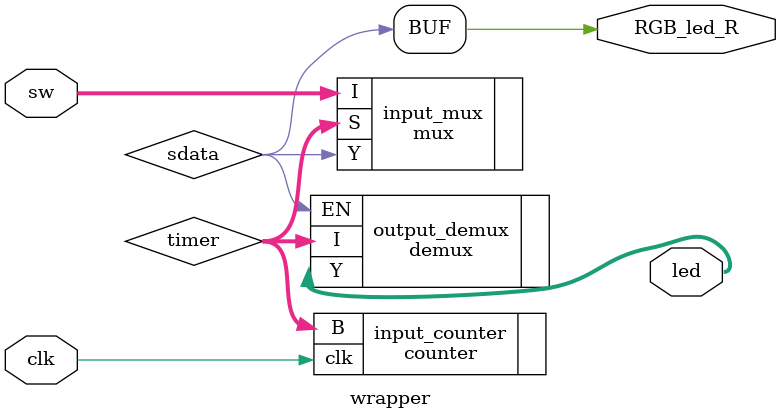
<source format=v>
`timescale 1ns / 1ps


module wrapper(
input clk,
 input [7:0] sw,
    output [7:0] led,
    output RGB_led_R
);
wire [2:0] timer;
wire sdata;

counter input_counter (
.clk(clk),
.B(timer)
);
mux input_mux (
    .I(sw),
    .S(timer),
    .Y(sdata)
);

demux output_demux (
    .EN(sdata),
    .I(timer),
    .Y(led)
);
assign RGB_led_R = sdata;
endmodule

</source>
